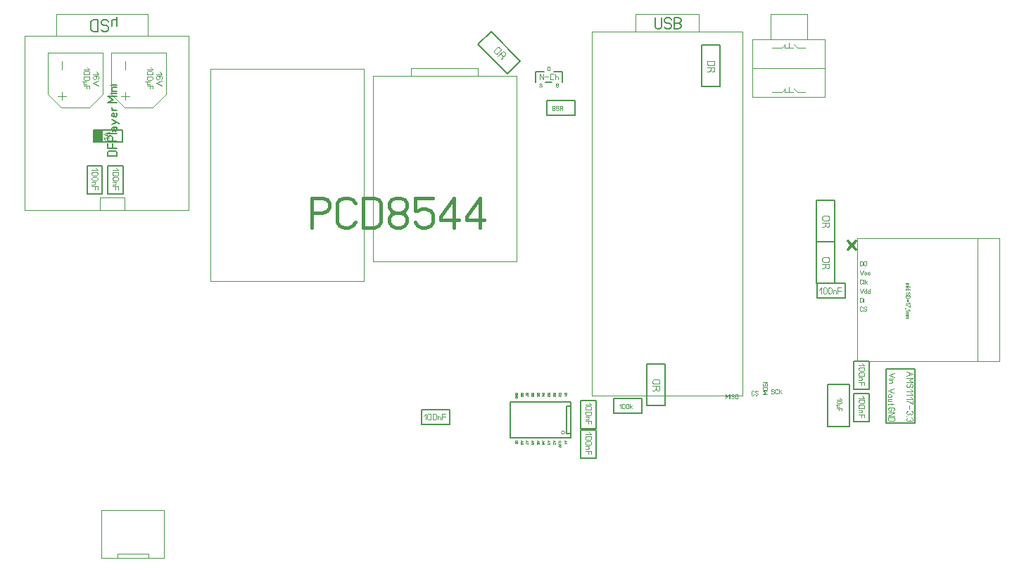
<source format=gbr>
%FSLAX34Y34*%
%MOMM*%
%LNSILK_BOTTOM_*%
G71*
G01*
%ADD10C, 0.10*%
%ADD11C, 0.17*%
%ADD12C, 0.05*%
%ADD13C, 0.06*%
%ADD14C, 0.30*%
%ADD15C, 0.07*%
%ADD16C, 0.15*%
%ADD17C, 0.09*%
%ADD18C, 0.11*%
%ADD19C, 0.44*%
%ADD20C, 0.13*%
%ADD21C, 0.18*%
%ADD22C, 0.03*%
%LPD*%
G54D10*
X946524Y540010D02*
X946524Y978160D01*
G54D10*
X946524Y978160D02*
X1127499Y978160D01*
G54D10*
X1127499Y978160D02*
X1127499Y540010D01*
G54D10*
X1127499Y540010D02*
X946524Y540010D01*
G54D10*
X998912Y999194D02*
X1075112Y999194D01*
G54D10*
X1075112Y999194D02*
X1075112Y978160D01*
G54D10*
X998912Y999194D02*
X998912Y978160D01*
G54D11*
X1021993Y995303D02*
X1021993Y984470D01*
X1022993Y982803D01*
X1024993Y981970D01*
X1026993Y981970D01*
X1028993Y982803D01*
X1029993Y984470D01*
X1029993Y995303D01*
G54D11*
X1033660Y984470D02*
X1034660Y982803D01*
X1036660Y981970D01*
X1038660Y981970D01*
X1040660Y982803D01*
X1041660Y984470D01*
X1041660Y986136D01*
X1040660Y987803D01*
X1038660Y988636D01*
X1036660Y988636D01*
X1034660Y989470D01*
X1033660Y991136D01*
X1033660Y992803D01*
X1034660Y994470D01*
X1036660Y995303D01*
X1038660Y995303D01*
X1040660Y994470D01*
X1041660Y992803D01*
G54D11*
X1045327Y981970D02*
X1045327Y995303D01*
X1050327Y995303D01*
X1052327Y994470D01*
X1053327Y992803D01*
X1053327Y991136D01*
X1052327Y989470D01*
X1050327Y988636D01*
X1052327Y987803D01*
X1053327Y986136D01*
X1053327Y984470D01*
X1052327Y982803D01*
X1050327Y981970D01*
X1045327Y981970D01*
G54D11*
X1045327Y988636D02*
X1050327Y988636D01*
G54D10*
X855500Y924500D02*
X682500Y924500D01*
X682500Y701500D01*
G54D10*
X682500Y701500D02*
X855500Y701500D01*
X855500Y924500D01*
G54D10*
X809000Y934500D02*
X729000Y934500D01*
X729000Y924500D01*
G54D10*
X809000Y934500D02*
X809000Y924500D01*
G54D10*
X487500Y677500D02*
X671500Y677500D01*
X671500Y933500D01*
G54D10*
X671500Y933500D02*
X487500Y933500D01*
X487500Y677500D01*
G54D12*
X1265500Y729000D02*
X1265500Y581000D01*
G54D12*
X1265500Y581000D02*
X1366500Y581000D01*
G54D12*
X1265500Y729000D02*
X1366500Y729000D01*
G54D12*
X1366000Y729000D02*
X1410000Y729000D01*
X1410000Y581000D01*
X1366000Y581000D01*
G54D13*
X1324092Y675073D02*
X1326592Y675073D01*
G54D13*
X1327426Y675073D02*
X1327426Y675073D01*
G54D13*
X1324092Y673851D02*
X1326592Y673851D01*
G54D13*
X1326037Y673851D02*
X1326426Y673518D01*
X1326592Y672851D01*
X1326426Y672185D01*
X1326037Y671851D01*
X1324092Y671851D01*
G54D13*
X1324092Y670629D02*
X1328537Y670629D01*
G54D13*
X1325759Y669629D02*
X1324092Y668629D01*
G54D13*
X1325203Y670629D02*
X1326592Y668629D01*
G54D13*
X1324092Y667407D02*
X1328537Y667407D01*
G54D13*
X1324092Y666185D02*
X1324092Y666185D01*
G54D13*
X1324926Y663674D02*
X1324370Y663341D01*
X1324092Y662674D01*
X1324092Y662008D01*
X1324370Y661341D01*
X1324926Y661008D01*
X1325481Y661008D01*
X1326037Y661341D01*
X1326314Y662008D01*
X1326314Y662674D01*
X1326592Y663341D01*
X1327148Y663674D01*
X1327703Y663674D01*
X1328259Y663341D01*
X1328537Y662674D01*
X1328537Y662008D01*
X1328259Y661341D01*
X1327703Y661008D01*
G54D13*
X1324092Y659785D02*
X1328537Y659785D01*
X1328537Y658119D01*
X1328259Y657452D01*
X1327703Y657119D01*
X1324926Y657119D01*
X1324370Y657452D01*
X1324092Y658119D01*
X1324092Y659785D01*
G54D13*
X1326592Y655896D02*
X1326592Y653230D01*
G54D13*
X1325481Y655896D02*
X1325481Y653230D01*
G54D13*
X1326870Y652007D02*
X1328537Y650341D01*
X1324092Y650341D01*
G54D13*
X1328537Y649118D02*
X1328537Y646452D01*
X1327981Y646785D01*
X1327148Y647452D01*
X1326037Y648118D01*
X1325203Y648452D01*
X1324092Y648452D01*
G54D13*
X1324092Y644563D02*
X1323537Y644563D01*
X1322981Y644896D01*
X1322981Y645229D01*
G54D13*
X1326870Y643340D02*
X1328537Y641674D01*
X1324092Y641674D01*
G54D13*
X1324092Y640451D02*
X1326592Y640451D01*
G54D13*
X1326148Y640451D02*
X1326592Y639785D01*
X1326426Y639118D01*
X1326037Y638785D01*
X1324092Y638785D01*
G54D13*
X1326148Y638785D02*
X1326592Y638118D01*
X1326426Y637451D01*
X1326037Y637118D01*
X1324092Y637118D01*
G54D13*
X1324092Y635896D02*
X1326592Y635896D01*
G54D13*
X1326148Y635896D02*
X1326592Y635230D01*
X1326426Y634563D01*
X1326037Y634230D01*
X1324092Y634230D01*
G54D13*
X1326148Y634230D02*
X1326592Y633563D01*
X1326426Y632896D01*
X1326037Y632563D01*
X1324092Y632563D01*
G54D14*
X1254092Y726063D02*
X1264092Y716063D01*
G54D14*
X1254092Y716063D02*
X1264092Y726063D01*
G54D15*
X1268625Y696375D02*
X1268625Y701708D01*
X1270625Y701708D01*
X1271425Y701375D01*
X1271825Y700708D01*
X1271825Y697375D01*
X1271425Y696708D01*
X1270625Y696375D01*
X1268625Y696375D01*
G54D15*
X1276492Y700708D02*
X1276492Y697375D01*
X1276092Y696708D01*
X1275292Y696375D01*
X1274492Y696375D01*
X1273692Y696708D01*
X1273292Y697375D01*
X1273292Y700708D01*
X1273692Y701375D01*
X1274492Y701708D01*
X1275292Y701708D01*
X1276092Y701375D01*
X1276492Y700708D01*
G54D15*
X1268625Y690708D02*
X1270625Y685375D01*
X1272625Y690708D01*
G54D15*
X1274092Y685708D02*
X1274892Y685375D01*
X1275692Y685375D01*
X1276492Y685708D01*
X1276492Y686375D01*
X1276092Y686708D01*
X1274492Y687042D01*
X1274092Y687375D01*
X1274092Y688042D01*
X1274892Y688375D01*
X1275692Y688375D01*
X1276492Y688042D01*
G54D15*
X1277959Y685708D02*
X1278759Y685375D01*
X1279559Y685375D01*
X1280359Y685708D01*
X1280359Y686375D01*
X1279959Y686708D01*
X1278359Y687042D01*
X1277959Y687375D01*
X1277959Y688042D01*
X1278759Y688375D01*
X1279559Y688375D01*
X1280359Y688042D01*
G54D15*
X1271825Y675375D02*
X1271425Y674708D01*
X1270625Y674375D01*
X1269825Y674375D01*
X1269025Y674708D01*
X1268625Y675375D01*
X1268625Y678708D01*
X1269025Y679375D01*
X1269825Y679708D01*
X1270625Y679708D01*
X1271425Y679375D01*
X1271825Y678708D01*
G54D15*
X1273292Y674375D02*
X1273292Y679708D01*
G54D15*
X1274759Y674375D02*
X1274759Y679708D01*
G54D15*
X1275959Y676375D02*
X1277159Y674375D01*
G54D15*
X1274759Y675708D02*
X1277159Y677375D01*
G54D15*
X1268625Y668708D02*
X1270625Y663375D01*
X1272625Y668708D01*
G54D15*
X1276492Y663375D02*
X1276492Y668708D01*
G54D15*
X1276492Y665508D02*
X1276092Y666175D01*
X1275292Y666375D01*
X1274492Y666175D01*
X1274092Y665508D01*
X1274092Y664175D01*
X1274492Y663508D01*
X1275292Y663375D01*
X1276092Y663508D01*
X1276492Y664175D01*
G54D15*
X1280359Y663375D02*
X1280359Y668708D01*
G54D15*
X1280359Y665508D02*
X1279959Y666175D01*
X1279159Y666375D01*
X1278359Y666175D01*
X1277959Y665508D01*
X1277959Y664175D01*
X1278359Y663508D01*
X1279159Y663375D01*
X1279959Y663508D01*
X1280359Y664175D01*
G54D15*
X1268625Y652375D02*
X1268625Y657708D01*
X1270625Y657708D01*
X1271425Y657375D01*
X1271825Y656708D01*
X1271825Y653375D01*
X1271425Y652708D01*
X1270625Y652375D01*
X1268625Y652375D01*
G54D15*
X1273292Y652375D02*
X1273292Y655375D01*
G54D15*
X1273292Y656375D02*
X1273292Y656375D01*
G54D15*
X1271825Y642375D02*
X1271425Y641708D01*
X1270625Y641375D01*
X1269825Y641375D01*
X1269025Y641708D01*
X1268625Y642375D01*
X1268625Y645708D01*
X1269025Y646375D01*
X1269825Y646708D01*
X1270625Y646708D01*
X1271425Y646375D01*
X1271825Y645708D01*
G54D15*
X1273292Y642375D02*
X1273692Y641708D01*
X1274492Y641375D01*
X1275292Y641375D01*
X1276092Y641708D01*
X1276492Y642375D01*
X1276492Y643042D01*
X1276092Y643708D01*
X1275292Y644042D01*
X1274492Y644042D01*
X1273692Y644375D01*
X1273292Y645042D01*
X1273292Y645708D01*
X1273692Y646375D01*
X1274492Y646708D01*
X1275292Y646708D01*
X1276092Y646375D01*
X1276492Y645708D01*
G54D12*
X1265500Y729000D02*
X1436500Y729000D01*
X1436500Y581000D01*
X1265500Y581000D01*
G54D10*
X1139612Y969194D02*
X1226612Y969194D01*
X1226612Y899194D01*
X1139612Y899194D01*
X1139612Y969194D01*
G54D10*
X1139612Y934194D02*
X1226612Y934194D01*
X1226612Y899194D01*
G54D10*
X1183112Y964894D02*
X1183112Y958894D01*
X1178112Y958894D01*
X1188112Y958894D01*
G54D10*
X1178112Y958894D02*
X1178112Y962894D01*
G54D10*
X1163112Y958894D02*
X1175112Y958894D01*
X1179112Y962894D01*
G54D10*
X1203162Y958894D02*
X1193162Y958894D01*
X1189162Y962894D01*
G54D10*
X1183112Y911494D02*
X1183112Y905494D01*
X1178112Y905494D01*
X1188112Y905494D01*
G54D10*
X1178112Y905494D02*
X1178112Y909494D01*
G54D10*
X1163112Y905494D02*
X1175112Y905494D01*
X1179112Y909494D01*
G54D10*
X1203162Y905494D02*
X1193162Y905494D01*
X1189162Y909494D01*
G54D10*
X1161112Y969194D02*
X1161112Y999194D01*
X1205112Y999194D01*
X1205112Y969194D01*
G54D16*
X891989Y877085D02*
X891988Y895085D01*
X925988Y895085D01*
X925988Y877085D01*
X891989Y877085D01*
G54D15*
X900488Y885752D02*
X899688Y885752D01*
X898888Y886085D01*
X898488Y886752D01*
X898488Y887418D01*
X898888Y888085D01*
X899688Y888418D01*
X900488Y888418D01*
X901288Y888085D01*
X901688Y887418D01*
X901688Y886752D01*
X901288Y886085D01*
X900488Y885752D01*
X901288Y885418D01*
X901688Y884752D01*
X901688Y884085D01*
X901288Y883418D01*
X900488Y883085D01*
X899688Y883085D01*
X898888Y883418D01*
X898488Y884085D01*
X898488Y884752D01*
X898888Y885418D01*
X899688Y885752D01*
G54D15*
X906355Y888418D02*
X903155Y888418D01*
X903155Y886085D01*
X903555Y886085D01*
X904355Y886418D01*
X905155Y886418D01*
X905955Y886085D01*
X906355Y885418D01*
X906355Y884085D01*
X905955Y883418D01*
X905155Y883085D01*
X904355Y883085D01*
X903555Y883418D01*
X903155Y884085D01*
G54D15*
X909422Y885752D02*
X910622Y885085D01*
X911022Y884418D01*
X911022Y883085D01*
G54D15*
X907822Y883085D02*
X907822Y888418D01*
X909822Y888418D01*
X910622Y888085D01*
X911022Y887418D01*
X911022Y886752D01*
X910622Y886085D01*
X909822Y885752D01*
X907822Y885752D01*
G54D16*
X1335184Y506434D02*
X1300184Y506434D01*
X1300184Y571434D01*
X1335184Y571434D01*
X1335184Y506434D01*
G54D17*
X1310670Y567118D02*
X1303559Y564451D01*
X1310670Y561785D01*
G54D17*
X1303559Y559829D02*
X1307559Y559829D01*
G54D17*
X1308893Y559829D02*
X1308893Y559829D01*
G54D17*
X1303559Y557873D02*
X1307559Y557873D01*
G54D17*
X1306670Y557873D02*
X1307293Y557340D01*
X1307559Y556273D01*
X1307292Y555206D01*
X1306670Y554673D01*
X1303559Y554673D01*
G54D17*
X1309604Y548198D02*
X1302492Y545531D01*
X1309604Y542865D01*
G54D17*
X1303559Y537709D02*
X1305337Y537709D01*
X1306226Y538242D01*
X1306493Y539309D01*
X1306226Y540376D01*
X1305337Y540909D01*
X1303559Y540909D01*
X1302670Y540376D01*
X1302492Y539309D01*
X1302670Y538242D01*
X1303559Y537709D01*
G54D17*
X1306492Y532553D02*
X1302492Y532553D01*
G54D17*
X1303381Y532553D02*
X1302670Y533086D01*
X1302492Y534153D01*
X1302670Y535220D01*
X1303381Y535753D01*
X1306493Y535753D01*
G54D17*
X1309604Y529530D02*
X1302937Y529530D01*
X1302493Y528997D01*
X1302670Y528464D01*
G54D17*
X1306492Y530597D02*
X1306492Y528464D01*
G54D17*
X1306346Y523307D02*
X1306346Y521174D01*
X1304124Y521174D01*
X1303235Y521707D01*
X1302790Y522774D01*
X1302790Y523840D01*
X1303235Y524907D01*
X1304124Y525440D01*
X1308568Y525440D01*
X1309457Y524907D01*
X1309902Y523840D01*
X1309902Y522774D01*
X1309457Y521707D01*
X1308568Y521174D01*
G54D17*
X1302790Y519217D02*
X1309902Y519217D01*
X1302790Y514951D01*
X1309902Y514951D01*
G54D17*
X1302790Y512994D02*
X1309902Y512994D01*
X1309902Y510328D01*
X1309457Y509261D01*
X1308568Y508728D01*
X1304124Y508728D01*
X1303235Y509261D01*
X1302790Y510328D01*
X1302790Y512994D01*
G54D17*
X1325016Y568318D02*
X1332127Y565651D01*
X1325016Y562985D01*
G54D17*
X1327682Y567252D02*
X1327682Y564051D01*
G54D17*
X1325015Y561029D02*
X1332126Y561029D01*
X1327682Y558362D01*
X1332126Y555696D01*
X1325016Y555696D01*
G54D17*
X1326349Y553740D02*
X1325460Y553207D01*
X1325015Y552140D01*
X1325016Y551074D01*
X1325460Y550007D01*
X1326349Y549474D01*
X1327238Y549474D01*
X1328127Y550007D01*
X1328571Y551074D01*
X1328571Y552140D01*
X1329015Y553207D01*
X1329904Y553740D01*
X1330793Y553740D01*
X1331682Y553207D01*
X1332127Y552140D01*
X1332126Y551074D01*
X1331682Y550007D01*
X1330793Y549474D01*
G54D17*
X1329460Y547517D02*
X1332127Y544850D01*
X1325015Y544850D01*
G54D17*
X1329460Y542894D02*
X1332126Y540228D01*
X1325016Y540228D01*
G54D17*
X1329460Y538271D02*
X1332126Y535604D01*
X1325016Y535604D01*
G54D17*
X1332126Y533648D02*
X1332127Y529382D01*
X1331238Y529915D01*
X1329904Y530982D01*
X1328127Y532048D01*
X1326793Y532581D01*
X1325015Y532582D01*
G54D17*
X1328127Y527425D02*
X1328127Y523158D01*
G54D17*
X1330793Y521202D02*
X1331682Y520669D01*
X1332127Y519602D01*
X1332126Y518536D01*
X1331682Y517469D01*
X1330793Y516936D01*
X1329904Y516936D01*
X1329016Y517469D01*
X1328571Y518536D01*
X1328127Y517469D01*
X1327238Y516936D01*
X1326349Y516936D01*
X1325460Y517469D01*
X1325015Y518536D01*
X1325016Y519602D01*
X1325460Y520669D01*
X1326349Y521202D01*
G54D17*
X1325016Y514979D02*
X1325016Y514979D01*
G54D17*
X1330793Y513023D02*
X1331682Y512490D01*
X1332126Y511423D01*
X1332126Y510356D01*
X1331682Y509290D01*
X1330793Y508756D01*
X1329904Y508757D01*
X1329015Y509290D01*
X1328571Y510356D01*
X1328127Y509290D01*
X1327238Y508756D01*
X1326349Y508757D01*
X1325460Y509290D01*
X1325016Y510356D01*
X1325015Y511423D01*
X1325460Y512490D01*
X1326349Y513023D01*
G54D16*
X1261500Y581000D02*
X1279500Y581000D01*
X1279500Y547000D01*
X1261500Y547000D01*
X1261500Y581000D01*
G54D17*
X1271519Y578275D02*
X1274186Y575608D01*
X1267075Y575608D01*
G54D17*
X1272853Y569385D02*
X1268408Y569385D01*
X1267520Y569919D01*
X1267075Y570985D01*
X1267075Y572052D01*
X1267520Y573119D01*
X1268408Y573652D01*
X1272853Y573652D01*
X1273742Y573119D01*
X1274186Y572052D01*
X1274186Y570985D01*
X1273742Y569919D01*
X1272853Y569385D01*
G54D17*
X1272853Y563162D02*
X1268408Y563162D01*
X1267519Y563696D01*
X1267075Y564762D01*
X1267075Y565829D01*
X1267519Y566896D01*
X1268408Y567429D01*
X1272853Y567429D01*
X1273742Y566896D01*
X1274186Y565829D01*
X1274186Y564762D01*
X1273742Y563696D01*
X1272853Y563162D01*
G54D17*
X1267075Y561206D02*
X1271075Y561206D01*
G54D17*
X1270186Y561206D02*
X1270808Y560673D01*
X1271075Y559606D01*
X1270808Y558539D01*
X1270186Y558006D01*
X1267075Y558006D01*
G54D17*
X1267075Y556050D02*
X1274186Y556050D01*
X1274186Y552317D01*
G54D17*
X1270631Y556050D02*
X1270631Y552317D01*
G54D16*
X1261500Y542000D02*
X1279500Y542000D01*
X1279500Y508000D01*
X1261500Y508000D01*
X1261500Y542000D01*
G54D17*
X1271519Y539275D02*
X1274186Y536608D01*
X1267075Y536608D01*
G54D17*
X1272853Y530385D02*
X1268408Y530386D01*
X1267520Y530918D01*
X1267075Y531986D01*
X1267075Y533052D01*
X1267520Y534118D01*
X1268408Y534652D01*
X1272853Y534652D01*
X1273742Y534119D01*
X1274186Y533052D01*
X1274186Y531985D01*
X1273742Y530919D01*
X1272853Y530385D01*
G54D17*
X1272853Y524162D02*
X1268408Y524162D01*
X1267519Y524696D01*
X1267075Y525762D01*
X1267075Y526829D01*
X1267519Y527896D01*
X1268408Y528429D01*
X1272853Y528429D01*
X1273742Y527896D01*
X1274186Y526829D01*
X1274186Y525762D01*
X1273742Y524696D01*
X1272853Y524162D01*
G54D17*
X1267075Y522206D02*
X1271075Y522206D01*
G54D17*
X1270186Y522206D02*
X1270808Y521673D01*
X1271075Y520606D01*
X1270808Y519539D01*
X1270186Y519006D01*
X1267075Y519006D01*
G54D17*
X1267075Y517050D02*
X1274186Y517050D01*
X1274186Y513317D01*
G54D17*
X1270631Y517050D02*
X1270631Y513317D01*
G54D16*
X1217000Y657000D02*
X1217000Y675000D01*
X1251000Y675000D01*
X1251000Y657000D01*
X1217000Y657000D01*
G54D17*
X1219725Y667019D02*
X1222392Y669686D01*
X1222392Y662575D01*
G54D17*
X1228615Y668353D02*
X1228615Y663908D01*
X1228082Y663019D01*
X1227014Y662575D01*
X1225948Y662575D01*
X1224882Y663019D01*
X1224348Y663908D01*
X1224348Y668353D01*
X1224881Y669242D01*
X1225948Y669686D01*
X1227015Y669686D01*
X1228081Y669242D01*
X1228615Y668353D01*
G54D17*
X1234838Y668353D02*
X1234838Y663908D01*
X1234304Y663019D01*
X1233238Y662575D01*
X1232171Y662575D01*
X1231104Y663019D01*
X1230571Y663908D01*
X1230571Y668353D01*
X1231104Y669242D01*
X1232171Y669686D01*
X1233238Y669686D01*
X1234304Y669242D01*
X1234838Y668353D01*
G54D17*
X1236794Y662575D02*
X1236794Y666575D01*
G54D17*
X1236794Y665686D02*
X1237327Y666308D01*
X1238394Y666575D01*
X1239460Y666308D01*
X1239994Y665686D01*
X1239994Y662575D01*
G54D17*
X1241950Y662575D02*
X1241950Y669686D01*
X1245683Y669686D01*
G54D17*
X1241950Y666131D02*
X1245683Y666131D01*
G54D16*
X1230250Y552750D02*
X1256250Y552750D01*
X1256250Y502750D01*
X1230250Y502750D01*
X1230250Y552750D01*
G54D15*
X1244384Y536718D02*
X1246384Y534718D01*
X1241050Y534718D01*
G54D15*
X1245384Y530051D02*
X1242050Y530051D01*
X1241384Y530451D01*
X1241050Y531251D01*
X1241050Y532051D01*
X1241384Y532851D01*
X1242050Y533251D01*
X1245384Y533251D01*
X1246050Y532851D01*
X1246384Y532051D01*
X1246384Y531251D01*
X1246050Y530451D01*
X1245384Y530051D01*
G54D15*
X1244050Y528584D02*
X1239717Y528584D01*
G54D15*
X1244050Y526184D02*
X1241050Y526184D01*
G54D15*
X1241717Y526184D02*
X1241184Y526584D01*
X1241050Y527384D01*
X1241184Y528184D01*
X1241717Y528584D01*
X1244050Y528584D01*
G54D15*
X1241050Y524717D02*
X1246383Y524717D01*
X1246384Y521917D01*
G54D15*
X1243717Y524717D02*
X1243717Y521917D01*
G54D16*
X1077885Y961885D02*
X1099885Y961885D01*
X1099885Y911885D01*
X1077885Y911885D01*
X1077885Y961885D01*
G54D18*
X1092108Y937552D02*
X1086553Y937552D01*
X1085442Y938219D01*
X1084886Y939552D01*
X1084886Y940885D01*
X1085442Y942219D01*
X1086553Y942885D01*
X1092108Y942885D01*
X1093220Y942218D01*
X1093775Y940885D01*
X1093775Y939552D01*
X1093220Y938219D01*
X1092108Y937552D01*
G54D18*
X1089331Y932441D02*
X1088220Y930442D01*
X1087108Y929775D01*
X1084886Y929775D01*
G54D18*
X1084886Y935108D02*
X1093775Y935108D01*
X1093775Y931775D01*
X1093219Y930442D01*
X1092108Y929775D01*
X1090997Y929775D01*
X1089886Y930442D01*
X1089331Y931775D01*
X1089331Y935108D01*
G54D16*
X339000Y816500D02*
X357000Y816500D01*
X357000Y782500D01*
X339000Y782500D01*
X339000Y816500D01*
G54D17*
X349019Y813775D02*
X351686Y811108D01*
X344575Y811108D01*
G54D17*
X350353Y804885D02*
X345908Y804885D01*
X345019Y805419D01*
X344575Y806485D01*
X344575Y807552D01*
X345019Y808619D01*
X345908Y809152D01*
X350353Y809152D01*
X351242Y808619D01*
X351686Y807552D01*
X351686Y806485D01*
X351242Y805419D01*
X350353Y804885D01*
G54D17*
X350353Y798662D02*
X345908Y798662D01*
X345019Y799196D01*
X344575Y800262D01*
X344575Y801329D01*
X345019Y802396D01*
X345908Y802929D01*
X350353Y802929D01*
X351242Y802396D01*
X351686Y801329D01*
X351686Y800262D01*
X351242Y799196D01*
X350353Y798662D01*
G54D17*
X344575Y796706D02*
X348575Y796706D01*
G54D17*
X347686Y796706D02*
X348308Y796173D01*
X348575Y795106D01*
X348308Y794039D01*
X347686Y793506D01*
X344575Y793506D01*
G54D17*
X344575Y791550D02*
X351686Y791550D01*
X351686Y787817D01*
G54D17*
X348131Y791550D02*
X348131Y787817D01*
G54D10*
X291652Y952660D02*
X291652Y902660D01*
X307652Y886660D01*
X341652Y886660D01*
X357652Y902660D01*
X357652Y952660D01*
X291652Y952660D01*
G54D10*
X308652Y905660D02*
X308652Y895660D01*
G54D10*
X308652Y900660D02*
X313651Y900660D01*
G54D10*
X308652Y900660D02*
X303652Y900660D01*
G54D10*
X308652Y942660D02*
X308652Y932660D01*
G54D17*
X350429Y929537D02*
X353096Y926871D01*
X345984Y926871D01*
G54D17*
X351762Y920648D02*
X352651Y921181D01*
X353096Y922248D01*
X353096Y923314D01*
X352651Y924381D01*
X351762Y924914D01*
X349540Y924914D01*
X349096Y924914D01*
X349984Y923314D01*
X349984Y922248D01*
X349540Y921181D01*
X348651Y920648D01*
X347318Y920648D01*
X346429Y921181D01*
X345984Y922248D01*
X345984Y923314D01*
X346429Y924381D01*
X347318Y924914D01*
X349540Y924914D01*
G54D17*
X353096Y918691D02*
X345984Y916025D01*
X353096Y913358D01*
G54D17*
X339140Y935228D02*
X341807Y932562D01*
X334696Y932562D01*
G54D17*
X340474Y926339D02*
X336029Y926339D01*
X335140Y926872D01*
X334696Y927939D01*
X334696Y929005D01*
X335140Y930072D01*
X336029Y930605D01*
X340474Y930605D01*
X341363Y930072D01*
X341807Y929005D01*
X341807Y927939D01*
X341363Y926872D01*
X340474Y926339D01*
G54D17*
X340474Y920116D02*
X336029Y920116D01*
X335140Y920649D01*
X334696Y921716D01*
X334696Y922782D01*
X335140Y923849D01*
X336029Y924382D01*
X340474Y924382D01*
X341363Y923849D01*
X341807Y922782D01*
X341807Y921716D01*
X341363Y920649D01*
X340474Y920116D01*
G54D17*
X338696Y918159D02*
X332918Y918159D01*
G54D17*
X338696Y914959D02*
X334696Y914959D01*
G54D17*
X335585Y914959D02*
X334874Y915493D01*
X334696Y916559D01*
X334874Y917626D01*
X335585Y918159D01*
X338696Y918159D01*
G54D17*
X334696Y913003D02*
X341807Y913003D01*
X341807Y909270D01*
G54D17*
X338252Y913003D02*
X338252Y909270D01*
G54D10*
X367652Y952660D02*
X367652Y902660D01*
X383652Y886660D01*
X417652Y886660D01*
X433652Y902660D01*
X433652Y952660D01*
X367652Y952660D01*
G54D10*
X384652Y905660D02*
X384652Y895660D01*
G54D10*
X384652Y900660D02*
X389651Y900660D01*
G54D10*
X384652Y900660D02*
X379652Y900660D01*
G54D10*
X384652Y942660D02*
X384652Y932660D01*
G54D17*
X426429Y929537D02*
X429096Y926871D01*
X421984Y926871D01*
G54D17*
X427762Y920648D02*
X428651Y921181D01*
X429096Y922248D01*
X429096Y923314D01*
X428651Y924381D01*
X427762Y924914D01*
X425540Y924914D01*
X425096Y924914D01*
X425984Y923314D01*
X425984Y922248D01*
X425540Y921181D01*
X424651Y920648D01*
X423318Y920648D01*
X422429Y921181D01*
X421984Y922248D01*
X421984Y923314D01*
X422429Y924381D01*
X423318Y924914D01*
X425540Y924914D01*
G54D17*
X429096Y918691D02*
X421984Y916025D01*
X429096Y913358D01*
G54D17*
X415140Y935228D02*
X417807Y932562D01*
X410696Y932562D01*
G54D17*
X416474Y926339D02*
X412029Y926339D01*
X411140Y926872D01*
X410696Y927939D01*
X410696Y929005D01*
X411140Y930072D01*
X412029Y930605D01*
X416474Y930605D01*
X417363Y930072D01*
X417807Y929005D01*
X417807Y927939D01*
X417363Y926872D01*
X416474Y926339D01*
G54D17*
X416474Y920116D02*
X412029Y920116D01*
X411140Y920649D01*
X410696Y921716D01*
X410696Y922782D01*
X411140Y923849D01*
X412029Y924382D01*
X416474Y924382D01*
X417363Y923849D01*
X417807Y922782D01*
X417807Y921716D01*
X417363Y920649D01*
X416474Y920116D01*
G54D17*
X414696Y918159D02*
X408918Y918159D01*
G54D17*
X414696Y914959D02*
X410696Y914959D01*
G54D17*
X411585Y914959D02*
X410874Y915493D01*
X410696Y916559D01*
X410874Y917626D01*
X411585Y918159D01*
X414696Y918159D01*
G54D17*
X410696Y913003D02*
X417807Y913003D01*
X417807Y909270D01*
G54D17*
X414252Y913003D02*
X414252Y909270D01*
G54D16*
X809230Y962586D02*
X824787Y978142D01*
X860142Y942787D01*
X844586Y927230D01*
X809230Y962586D01*
G54D18*
X836494Y955437D02*
X832566Y951508D01*
X831308Y951194D01*
X829973Y951744D01*
X829030Y952687D01*
X828480Y954023D01*
X828794Y955280D01*
X832723Y959208D01*
X833980Y959522D01*
X835316Y958972D01*
X836258Y958030D01*
X836808Y956694D01*
X836494Y955437D01*
G54D18*
X838143Y949859D02*
X838772Y947659D01*
X838458Y946402D01*
X836886Y944831D01*
G54D18*
X833115Y948602D02*
X839400Y954887D01*
X841757Y952531D01*
X842307Y951195D01*
X841993Y949938D01*
X841208Y949152D01*
X839950Y948838D01*
X838615Y949388D01*
X836258Y951745D01*
G54D10*
X356500Y401500D02*
X431500Y401500D01*
X431500Y344000D01*
G54D10*
X431500Y344000D02*
X356500Y344000D01*
X356500Y401500D01*
G54D10*
X394000Y344000D02*
X375250Y344000D01*
X375250Y349000D01*
X412750Y349000D01*
X412750Y344000D01*
G54D16*
X364000Y816500D02*
X382000Y816500D01*
X382000Y782500D01*
X364000Y782500D01*
X364000Y816500D01*
G54D17*
X374019Y813775D02*
X376686Y811108D01*
X369575Y811108D01*
G54D17*
X375353Y804885D02*
X370908Y804885D01*
X370019Y805419D01*
X369575Y806485D01*
X369575Y807552D01*
X370019Y808619D01*
X370908Y809152D01*
X375353Y809152D01*
X376242Y808619D01*
X376686Y807552D01*
X376686Y806485D01*
X376242Y805419D01*
X375353Y804885D01*
G54D17*
X375353Y798662D02*
X370908Y798662D01*
X370019Y799196D01*
X369575Y800262D01*
X369575Y801329D01*
X370019Y802396D01*
X370908Y802929D01*
X375353Y802929D01*
X376242Y802396D01*
X376686Y801329D01*
X376686Y800262D01*
X376242Y799196D01*
X375353Y798662D01*
G54D17*
X369575Y796706D02*
X373575Y796706D01*
G54D17*
X372686Y796706D02*
X373308Y796173D01*
X373575Y795106D01*
X373308Y794039D01*
X372686Y793506D01*
X369575Y793506D01*
G54D17*
X369575Y791550D02*
X376686Y791550D01*
X376686Y787817D01*
G54D17*
X373131Y791550D02*
X373131Y787817D01*
G54D16*
X1012000Y578000D02*
X1034000Y578000D01*
X1034000Y528000D01*
X1012000Y528000D01*
X1012000Y578000D01*
G54D18*
X1026223Y553667D02*
X1020668Y553667D01*
X1019556Y554334D01*
X1019001Y555666D01*
X1019001Y557000D01*
X1019556Y558334D01*
X1020668Y559000D01*
X1026224Y559000D01*
X1027334Y558333D01*
X1027890Y557000D01*
X1027890Y555667D01*
X1027334Y554333D01*
X1026223Y553667D01*
G54D18*
X1023446Y548557D02*
X1022334Y546556D01*
X1021223Y545890D01*
X1019001Y545890D01*
G54D18*
X1019001Y551223D02*
X1027890Y551223D01*
X1027890Y547890D01*
X1027334Y546557D01*
X1026223Y545890D01*
X1025112Y545889D01*
X1024001Y546556D01*
X1023446Y547890D01*
X1023446Y551223D01*
G54D16*
X741090Y505070D02*
X741090Y523070D01*
X775090Y523070D01*
X775090Y505070D01*
X741090Y505070D01*
G54D17*
X743815Y515089D02*
X746482Y517756D01*
X746482Y510645D01*
G54D17*
X752705Y516423D02*
X752705Y511978D01*
X752172Y511089D01*
X751104Y510645D01*
X750038Y510645D01*
X748972Y511090D01*
X748438Y511978D01*
X748438Y516423D01*
X748971Y517312D01*
X750038Y517756D01*
X751105Y517756D01*
X752171Y517312D01*
X752705Y516423D01*
G54D17*
X758928Y516423D02*
X758928Y511978D01*
X758394Y511089D01*
X757328Y510645D01*
X756261Y510645D01*
X755194Y511089D01*
X754661Y511978D01*
X754661Y516423D01*
X755194Y517312D01*
X756261Y517756D01*
X757328Y517756D01*
X758394Y517312D01*
X758928Y516423D01*
G54D17*
X760884Y510645D02*
X760884Y514645D01*
G54D17*
X760884Y513756D02*
X761417Y514378D01*
X762484Y514645D01*
X763550Y514378D01*
X764084Y513756D01*
X764084Y510645D01*
G54D17*
X766040Y510645D02*
X766040Y517756D01*
X769773Y517756D01*
G54D17*
X766040Y514201D02*
X769773Y514201D01*
G54D19*
X608878Y742288D02*
X608878Y777844D01*
X622212Y777844D01*
X627545Y775622D01*
X630212Y771177D01*
X630212Y766733D01*
X627545Y762288D01*
X622212Y760066D01*
X608878Y760066D01*
G54D19*
X661323Y748955D02*
X658656Y744511D01*
X653323Y742288D01*
X647990Y742288D01*
X642656Y744511D01*
X639990Y748955D01*
X639990Y771177D01*
X642656Y775622D01*
X647990Y777844D01*
X653323Y777844D01*
X658656Y775622D01*
X661323Y771177D01*
G54D19*
X671100Y742288D02*
X671100Y777844D01*
X684434Y777844D01*
X689767Y775622D01*
X692434Y771177D01*
X692434Y748955D01*
X689767Y744511D01*
X684434Y742288D01*
X671100Y742288D01*
G54D19*
X715545Y760066D02*
X710212Y760066D01*
X704878Y762288D01*
X702212Y766733D01*
X702212Y771177D01*
X704878Y775622D01*
X710212Y777844D01*
X715545Y777844D01*
X720878Y775622D01*
X723545Y771177D01*
X723545Y766733D01*
X720878Y762288D01*
X715545Y760066D01*
X720878Y757844D01*
X723545Y753400D01*
X723545Y748955D01*
X720878Y744511D01*
X715545Y742288D01*
X710212Y742288D01*
X704878Y744511D01*
X702212Y748955D01*
X702212Y753400D01*
X704878Y757844D01*
X710212Y760066D01*
G54D19*
X754656Y777844D02*
X733322Y777844D01*
X733322Y762288D01*
X735989Y762288D01*
X741322Y764511D01*
X746656Y764511D01*
X751989Y762288D01*
X754656Y757844D01*
X754656Y748955D01*
X751989Y744511D01*
X746656Y742288D01*
X741322Y742288D01*
X735989Y744511D01*
X733322Y748955D01*
G54D19*
X780434Y742288D02*
X780434Y777844D01*
X764434Y755622D01*
X764434Y751177D01*
X785767Y751177D01*
G54D19*
X811544Y742288D02*
X811544Y777844D01*
X795544Y755622D01*
X795544Y751177D01*
X816878Y751177D01*
G54D10*
X461300Y763200D02*
X264000Y763200D01*
X264000Y973200D01*
X461300Y973200D01*
X461300Y763200D01*
G54D10*
X384000Y763200D02*
X384000Y778200D01*
X354000Y778200D01*
X354000Y763200D01*
G54D20*
X374772Y828222D02*
X364105Y828222D01*
X364105Y832222D01*
X364772Y833822D01*
X366105Y834622D01*
X372772Y834622D01*
X374105Y833822D01*
X374772Y832222D01*
X374772Y828222D01*
G54D20*
X374772Y837555D02*
X364105Y837555D01*
X364105Y843155D01*
G54D20*
X369439Y837555D02*
X369439Y843155D01*
G54D20*
X374772Y846088D02*
X364105Y846088D01*
X364105Y850088D01*
X364772Y851688D01*
X366105Y852488D01*
X367439Y852488D01*
X368772Y851688D01*
X369439Y850088D01*
X369439Y846088D01*
G54D20*
X374772Y855421D02*
X364105Y855421D01*
G54D20*
X369439Y858354D02*
X368772Y859954D01*
X368772Y861874D01*
X370105Y863154D01*
X374772Y863154D01*
G54D20*
X372772Y863154D02*
X371439Y862354D01*
X371172Y860754D01*
X371439Y859154D01*
X372772Y858354D01*
X374105Y858674D01*
X374772Y859954D01*
X374772Y860754D01*
X374772Y861074D01*
X374105Y862354D01*
X372772Y863154D01*
G54D20*
X368772Y866087D02*
X374772Y869287D01*
X368772Y872487D01*
G54D20*
X374772Y869287D02*
X376772Y868487D01*
X377439Y867687D01*
X377439Y866887D01*
G54D20*
X374105Y880220D02*
X374772Y878940D01*
X374772Y877340D01*
X374105Y875740D01*
X372772Y875420D01*
X370505Y875420D01*
X369172Y876220D01*
X368772Y877820D01*
X369172Y879420D01*
X370105Y880220D01*
X371439Y880220D01*
X371439Y875420D01*
G54D20*
X374772Y883153D02*
X368772Y883153D01*
G54D20*
X370105Y883153D02*
X368772Y884753D01*
X368772Y886353D01*
G54D20*
X374772Y892379D02*
X364105Y892379D01*
X370772Y896379D01*
X364105Y900379D01*
X374772Y900379D01*
G54D20*
X374772Y903312D02*
X368772Y903312D01*
G54D20*
X366772Y903312D02*
X366772Y903312D01*
G54D20*
X374772Y906245D02*
X368772Y906245D01*
G54D20*
X370105Y906245D02*
X369172Y907045D01*
X368772Y908645D01*
X369172Y910245D01*
X370105Y911045D01*
X374772Y911045D01*
G54D20*
X374772Y913978D02*
X368772Y913978D01*
G54D20*
X366772Y913978D02*
X366772Y913978D01*
G54D12*
X412000Y973200D02*
X412000Y999200D01*
X412000Y973200D01*
G54D12*
X412000Y999200D02*
X302000Y999200D01*
G54D12*
X302000Y999200D02*
X302000Y973200D01*
G54D21*
X375027Y984671D02*
X375027Y996226D01*
G54D21*
X368627Y984671D02*
X368627Y992671D01*
G54D21*
X368627Y990893D02*
X369694Y992316D01*
X371827Y992671D01*
X373960Y992316D01*
X375027Y990893D01*
X375027Y984671D01*
G54D21*
X364716Y990004D02*
X363649Y991782D01*
X361516Y992671D01*
X359383Y992671D01*
X357249Y991782D01*
X356183Y990004D01*
X356183Y988226D01*
X357249Y986449D01*
X359383Y985560D01*
X361516Y985560D01*
X363649Y984671D01*
X364716Y982893D01*
X364716Y981116D01*
X363649Y979338D01*
X361516Y978449D01*
X359383Y978449D01*
X357249Y979338D01*
X356183Y981116D01*
G54D21*
X352272Y992671D02*
X352272Y978449D01*
X346939Y978449D01*
X344805Y979338D01*
X343739Y981116D01*
X343739Y990004D01*
X344805Y991782D01*
X346939Y992671D01*
X352272Y992671D01*
G54D16*
X878271Y917260D02*
X878271Y930260D01*
X888271Y930259D01*
G54D16*
X900271Y930260D02*
X910271Y930259D01*
X910271Y917260D01*
G54D16*
X898271Y917260D02*
X890271Y917260D01*
G54D17*
X883532Y920534D02*
X883532Y927645D01*
X887798Y920534D01*
X887798Y927645D01*
G54D17*
X889755Y923645D02*
X894021Y923645D01*
G54D17*
X900244Y921867D02*
X899711Y920978D01*
X898644Y920533D01*
X897578Y920533D01*
X896511Y920978D01*
X895978Y921867D01*
X895978Y926311D01*
X896511Y927200D01*
X897578Y927645D01*
X898644Y927645D01*
X899711Y927200D01*
X900244Y926311D01*
G54D17*
X902200Y920533D02*
X902200Y927645D01*
G54D17*
X902200Y923378D02*
X902734Y924267D01*
X903801Y924533D01*
X904867Y924267D01*
X905400Y923378D01*
X905400Y920533D01*
G54D13*
X883132Y912301D02*
X883465Y911745D01*
X884132Y911467D01*
X884798Y911467D01*
X885465Y911745D01*
X885798Y912301D01*
X885798Y912856D01*
X885465Y913412D01*
X884798Y913690D01*
X884132Y913690D01*
X883465Y913967D01*
X883132Y914523D01*
X883132Y915079D01*
X883465Y915634D01*
X884132Y915912D01*
X884798Y915912D01*
X885465Y915634D01*
X885798Y915079D01*
G54D13*
X904265Y913690D02*
X905598Y913690D01*
X905598Y912301D01*
X905265Y911745D01*
X904598Y911468D01*
X903931Y911468D01*
X903265Y911745D01*
X902932Y912301D01*
X902931Y915079D01*
X903265Y915634D01*
X903931Y915912D01*
X904598Y915912D01*
X905265Y915634D01*
X905598Y915079D01*
G54D13*
X893131Y931267D02*
X893131Y935712D01*
X894798Y935712D01*
X895465Y935434D01*
X895798Y934879D01*
X895798Y932101D01*
X895465Y931545D01*
X894798Y931267D01*
X893131Y931267D01*
G54D16*
X972668Y518336D02*
X972668Y536336D01*
X1006668Y536336D01*
X1006668Y518336D01*
X972668Y518336D01*
G54D15*
X979167Y527669D02*
X981167Y529669D01*
X981167Y524336D01*
G54D15*
X985834Y528669D02*
X985834Y525336D01*
X985434Y524669D01*
X984634Y524336D01*
X983834Y524336D01*
X983034Y524669D01*
X982634Y525336D01*
X982634Y528669D01*
X983034Y529336D01*
X983834Y529669D01*
X984634Y529669D01*
X985434Y529336D01*
X985834Y528669D01*
G54D15*
X990501Y528669D02*
X990501Y525336D01*
X990101Y524669D01*
X989301Y524336D01*
X988501Y524336D01*
X987701Y524669D01*
X987301Y525336D01*
X987301Y528669D01*
X987701Y529336D01*
X988501Y529669D01*
X989301Y529669D01*
X990101Y529336D01*
X990501Y528669D01*
G54D15*
X991968Y524336D02*
X991968Y529669D01*
G54D15*
X993168Y526336D02*
X994368Y524336D01*
G54D15*
X991968Y525669D02*
X994368Y527336D01*
G54D16*
X932867Y498067D02*
X950867Y498067D01*
X950867Y464067D01*
X932867Y464067D01*
X932867Y498067D01*
G54D17*
X942886Y495342D02*
X945553Y492675D01*
X938442Y492675D01*
G54D17*
X944219Y486452D02*
X939775Y486452D01*
X938886Y486986D01*
X938442Y488052D01*
X938442Y489119D01*
X938886Y490185D01*
X939775Y490719D01*
X944219Y490719D01*
X945108Y490186D01*
X945553Y489119D01*
X945553Y488052D01*
X945108Y486986D01*
X944219Y486452D01*
G54D17*
X944219Y480229D02*
X939775Y480229D01*
X938886Y480762D01*
X938442Y481829D01*
X938442Y482896D01*
X938886Y483963D01*
X939775Y484496D01*
X944219Y484496D01*
X945108Y483963D01*
X945553Y482896D01*
X945553Y481830D01*
X945108Y480763D01*
X944219Y480229D01*
G54D17*
X938442Y478273D02*
X942442Y478273D01*
G54D17*
X941553Y478273D02*
X942175Y477740D01*
X942442Y476673D01*
X942175Y475606D01*
X941553Y475073D01*
X938442Y475073D01*
G54D17*
X938442Y473117D02*
X945553Y473117D01*
X945553Y469384D01*
G54D17*
X941997Y473117D02*
X941997Y469384D01*
G54D15*
X1107000Y536000D02*
X1107000Y541333D01*
X1109000Y538000D01*
X1111000Y541333D01*
X1111000Y536000D01*
G54D15*
X1112467Y536000D02*
X1112467Y541333D01*
G54D15*
X1113934Y537000D02*
X1114334Y536333D01*
X1115134Y536000D01*
X1115934Y536000D01*
X1116734Y536333D01*
X1117134Y537000D01*
X1117134Y537667D01*
X1116734Y538333D01*
X1115934Y538667D01*
X1115134Y538667D01*
X1114334Y539000D01*
X1113934Y539667D01*
X1113934Y540333D01*
X1114334Y541000D01*
X1115134Y541333D01*
X1115934Y541333D01*
X1116734Y541000D01*
X1117134Y540333D01*
G54D15*
X1121801Y540333D02*
X1121801Y537000D01*
X1121401Y536333D01*
X1120601Y536000D01*
X1119801Y536000D01*
X1119001Y536333D01*
X1118601Y537000D01*
X1118601Y540333D01*
X1119001Y541000D01*
X1119801Y541333D01*
X1120601Y541333D01*
X1121401Y541000D01*
X1121801Y540333D01*
G54D15*
X1157067Y541266D02*
X1151734Y541266D01*
X1155067Y543266D01*
X1151734Y545266D01*
X1157067Y545266D01*
G54D15*
X1152734Y549933D02*
X1156067Y549933D01*
X1156734Y549533D01*
X1157067Y548733D01*
X1157067Y547933D01*
X1156734Y547133D01*
X1156067Y546733D01*
X1152734Y546733D01*
X1152067Y547133D01*
X1151734Y547933D01*
X1151734Y548733D01*
X1152067Y549533D01*
X1152734Y549933D01*
G54D15*
X1156067Y551400D02*
X1156734Y551800D01*
X1157067Y552600D01*
X1157067Y553400D01*
X1156734Y554200D01*
X1156067Y554600D01*
X1155400Y554600D01*
X1154734Y554200D01*
X1154400Y553400D01*
X1154400Y552600D01*
X1154067Y551800D01*
X1153400Y551400D01*
X1152734Y551400D01*
X1152067Y551800D01*
X1151734Y552600D01*
X1151734Y553400D01*
X1152067Y554200D01*
X1152734Y554600D01*
G54D15*
X1157067Y556067D02*
X1151734Y556067D01*
G54D15*
X1162000Y543000D02*
X1162400Y542333D01*
X1163200Y542000D01*
X1164000Y542000D01*
X1164800Y542333D01*
X1165200Y543000D01*
X1165200Y543667D01*
X1164800Y544333D01*
X1164000Y544667D01*
X1163200Y544667D01*
X1162400Y545000D01*
X1162000Y545667D01*
X1162000Y546333D01*
X1162400Y547000D01*
X1163200Y547333D01*
X1164000Y547333D01*
X1164800Y547000D01*
X1165200Y546333D01*
G54D15*
X1169867Y543000D02*
X1169467Y542333D01*
X1168667Y542000D01*
X1167867Y542000D01*
X1167067Y542333D01*
X1166667Y543000D01*
X1166667Y546333D01*
X1167067Y547000D01*
X1167867Y547333D01*
X1168667Y547333D01*
X1169467Y547000D01*
X1169867Y546333D01*
G54D15*
X1171334Y542000D02*
X1171334Y547333D01*
G54D15*
X1171334Y543667D02*
X1174534Y547333D01*
G54D15*
X1172534Y544667D02*
X1174534Y542000D01*
G54D15*
X1141200Y541000D02*
X1140800Y540333D01*
X1140000Y540000D01*
X1139200Y540000D01*
X1138400Y540333D01*
X1138000Y541000D01*
X1138000Y544333D01*
X1138400Y545000D01*
X1139200Y545333D01*
X1140000Y545333D01*
X1140800Y545000D01*
X1141200Y544333D01*
G54D15*
X1142667Y541000D02*
X1143067Y540333D01*
X1143867Y540000D01*
X1144667Y540000D01*
X1145467Y540333D01*
X1145867Y541000D01*
X1145867Y541667D01*
X1145467Y542333D01*
X1144667Y542667D01*
X1143867Y542667D01*
X1143067Y543000D01*
X1142667Y543667D01*
X1142667Y544333D01*
X1143067Y545000D01*
X1143867Y545333D01*
X1144667Y545333D01*
X1145467Y545000D01*
X1145867Y544333D01*
G54D16*
X920867Y532067D02*
X920867Y489067D01*
X848367Y489067D01*
X848367Y532067D01*
X920867Y532067D01*
G54D16*
X920867Y527067D02*
X920867Y494067D01*
X915867Y494067D01*
X915867Y527067D01*
X920867Y527067D01*
G54D22*
X912867Y485356D02*
X915534Y484356D01*
X912867Y483356D01*
G54D22*
X913867Y484956D02*
X913867Y483756D01*
G54D22*
X914533Y482623D02*
X915534Y481623D01*
X912867Y481623D01*
G54D22*
X908033Y485356D02*
X908367Y485156D01*
X908534Y484756D01*
X908534Y484356D01*
X908367Y483956D01*
X908033Y483756D01*
X907700Y483756D01*
X907367Y483956D01*
X907200Y484356D01*
X907034Y483956D01*
X906700Y483756D01*
X906367Y483756D01*
X906033Y483956D01*
X905867Y484356D01*
X905867Y484756D01*
X906033Y485156D01*
X906367Y485356D01*
G54D22*
X905867Y482623D02*
X905533Y482623D01*
X905200Y482823D01*
X905200Y483023D01*
G54D22*
X908033Y481890D02*
X908367Y481690D01*
X908534Y481290D01*
X908533Y480890D01*
X908367Y480490D01*
X908033Y480290D01*
X907700Y480290D01*
X907367Y480490D01*
X907200Y480890D01*
X907034Y480490D01*
X906700Y480290D01*
X906367Y480290D01*
X906034Y480490D01*
X905867Y480890D01*
X905867Y481290D01*
X906034Y481690D01*
X906367Y481890D01*
G54D22*
X908534Y479557D02*
X905867Y478557D01*
X908534Y477557D01*
G54D22*
X899867Y485356D02*
X902533Y484356D01*
X899867Y483356D01*
G54D22*
X900867Y484956D02*
X900867Y483756D01*
G54D22*
X899867Y481023D02*
X899867Y482623D01*
X900034Y482623D01*
X900367Y482423D01*
X901367Y481223D01*
X901700Y481023D01*
X902033Y481023D01*
X902367Y481223D01*
X902534Y481623D01*
X902534Y482023D01*
X902367Y482423D01*
X902033Y482623D01*
G54D22*
X892867Y485356D02*
X895533Y484356D01*
X892867Y483356D01*
G54D22*
X893867Y484956D02*
X893867Y483756D01*
G54D22*
X895033Y482623D02*
X895367Y482423D01*
X895534Y482023D01*
X895534Y481623D01*
X895367Y481223D01*
X895033Y481023D01*
X894700Y481023D01*
X894367Y481223D01*
X894200Y481623D01*
X894033Y481223D01*
X893700Y481023D01*
X893367Y481023D01*
X893033Y481223D01*
X892867Y481623D01*
X892867Y482023D01*
X893034Y482423D01*
X893367Y482623D01*
G54D22*
X886367Y485356D02*
X889033Y484356D01*
X886367Y483356D01*
G54D22*
X887367Y484956D02*
X887367Y483756D01*
G54D22*
X886367Y481423D02*
X889033Y481423D01*
X887367Y482623D01*
X887034Y482623D01*
X887034Y481023D01*
G54D22*
X879867Y485356D02*
X882534Y484356D01*
X879867Y483356D01*
G54D22*
X880867Y484956D02*
X880867Y483756D01*
G54D22*
X882534Y481023D02*
X882534Y482623D01*
X881367Y482623D01*
X881367Y482423D01*
X881534Y482023D01*
X881534Y481623D01*
X881367Y481223D01*
X881033Y481023D01*
X880367Y481023D01*
X880033Y481223D01*
X879867Y481623D01*
X879867Y482023D01*
X880033Y482423D01*
X880367Y482623D01*
G54D22*
X873367Y485356D02*
X876034Y484356D01*
X873367Y483356D01*
G54D22*
X874367Y484956D02*
X874367Y483756D01*
G54D22*
X875534Y481023D02*
X875867Y481223D01*
X876034Y481623D01*
X876033Y482023D01*
X875867Y482423D01*
X875534Y482623D01*
X874700Y482623D01*
X874533Y482623D01*
X874867Y482023D01*
X874867Y481623D01*
X874700Y481223D01*
X874367Y481023D01*
X873867Y481023D01*
X873534Y481223D01*
X873367Y481623D01*
X873367Y482023D01*
X873533Y482423D01*
X873867Y482623D01*
X874700Y482623D01*
G54D22*
X866867Y485356D02*
X869533Y484356D01*
X866867Y483356D01*
G54D22*
X867867Y484956D02*
X867867Y483756D01*
G54D22*
X869534Y482623D02*
X869534Y481023D01*
X869200Y481223D01*
X868700Y481623D01*
X868033Y482023D01*
X867534Y482223D01*
X866867Y482223D01*
G54D22*
X860367Y485356D02*
X863034Y484356D01*
X860367Y483356D01*
G54D22*
X861367Y484956D02*
X861367Y483756D01*
G54D22*
X861700Y481623D02*
X861700Y482023D01*
X861867Y482423D01*
X862200Y482623D01*
X862534Y482623D01*
X862867Y482423D01*
X863033Y482023D01*
X863034Y481623D01*
X862867Y481223D01*
X862534Y481023D01*
X862200Y481023D01*
X861867Y481223D01*
X861700Y481623D01*
X861533Y481223D01*
X861200Y481023D01*
X860867Y481023D01*
X860534Y481223D01*
X860367Y481623D01*
X860367Y482023D01*
X860533Y482423D01*
X860867Y482623D01*
X861200Y482623D01*
X861533Y482423D01*
X861700Y482023D01*
G54D22*
X856034Y483756D02*
X854367Y483756D01*
X854034Y483956D01*
X853867Y484356D01*
X853867Y484756D01*
X854034Y485156D01*
X854367Y485356D01*
X856034Y485356D01*
X856367Y485156D01*
X856533Y484756D01*
X856533Y484356D01*
X856367Y483956D01*
X856034Y483756D01*
G54D22*
X853867Y481623D02*
X853867Y483023D01*
X856534Y483023D01*
X856533Y481623D01*
G54D22*
X855200Y483023D02*
X855200Y481623D01*
G54D22*
X912867Y542833D02*
X915533Y542833D01*
X915533Y541833D01*
X915367Y541433D01*
X915033Y541233D01*
X914700Y541233D01*
X914367Y541433D01*
X914200Y541833D01*
X914034Y541433D01*
X913700Y541233D01*
X913367Y541233D01*
X913034Y541433D01*
X912867Y541833D01*
X912867Y542833D01*
G54D22*
X914200Y542833D02*
X914200Y541833D01*
G54D22*
X914533Y540500D02*
X915534Y539500D01*
X912867Y539500D01*
G54D22*
X908533Y541233D02*
X908533Y542833D01*
X907367Y542833D01*
X907367Y542633D01*
X907534Y542233D01*
X907533Y541833D01*
X907367Y541433D01*
X907034Y541233D01*
X906367Y541233D01*
X906033Y541433D01*
X905867Y541833D01*
X905867Y542233D01*
X906034Y542633D01*
X906367Y542833D01*
G54D22*
X908534Y540500D02*
X905867Y539500D01*
X908534Y538500D01*
G54D22*
X899867Y542833D02*
X902533Y542833D01*
X902533Y541833D01*
X902367Y541433D01*
X902033Y541233D01*
X901700Y541233D01*
X901367Y541433D01*
X901200Y541833D01*
X901034Y541433D01*
X900700Y541233D01*
X900367Y541233D01*
X900034Y541433D01*
X899867Y541833D01*
X899867Y542833D01*
G54D22*
X901200Y542833D02*
X901200Y541833D01*
G54D22*
X899867Y538900D02*
X899867Y540500D01*
X900034Y540500D01*
X900367Y540300D01*
X901367Y539100D01*
X901700Y538900D01*
X902033Y538900D01*
X902367Y539100D01*
X902534Y539500D01*
X902534Y539900D01*
X902367Y540300D01*
X902033Y540500D01*
G54D22*
X892867Y542833D02*
X895533Y542833D01*
X895533Y541833D01*
X895367Y541433D01*
X895033Y541233D01*
X894700Y541233D01*
X894367Y541433D01*
X894200Y541833D01*
X894034Y541433D01*
X893700Y541233D01*
X893367Y541233D01*
X893034Y541433D01*
X892867Y541833D01*
X892867Y542833D01*
G54D22*
X894200Y542833D02*
X894200Y541833D01*
G54D22*
X895033Y540500D02*
X895367Y540300D01*
X895533Y539900D01*
X895534Y539500D01*
X895367Y539100D01*
X895033Y538900D01*
X894700Y538900D01*
X894367Y539100D01*
X894200Y539500D01*
X894033Y539100D01*
X893700Y538900D01*
X893367Y538900D01*
X893033Y539100D01*
X892867Y539500D01*
X892867Y539900D01*
X893034Y540300D01*
X893367Y540500D01*
G54D22*
X886367Y542833D02*
X889034Y542833D01*
X889034Y541833D01*
X888867Y541433D01*
X888533Y541233D01*
X888200Y541233D01*
X887867Y541433D01*
X887700Y541833D01*
X887533Y541433D01*
X887200Y541233D01*
X886867Y541233D01*
X886533Y541433D01*
X886367Y541833D01*
X886367Y542833D01*
G54D22*
X887700Y542833D02*
X887700Y541833D01*
G54D22*
X886367Y539300D02*
X889033Y539300D01*
X887367Y540500D01*
X887034Y540500D01*
X887033Y538900D01*
G54D22*
X879867Y542833D02*
X882534Y542833D01*
X882533Y541833D01*
X882367Y541433D01*
X882034Y541233D01*
X881700Y541233D01*
X881367Y541433D01*
X881200Y541833D01*
X881034Y541433D01*
X880700Y541233D01*
X880367Y541233D01*
X880034Y541433D01*
X879867Y541833D01*
X879867Y542833D01*
G54D22*
X881200Y542833D02*
X881200Y541833D01*
G54D22*
X882534Y538900D02*
X882533Y540500D01*
X881367Y540500D01*
X881367Y540300D01*
X881534Y539900D01*
X881533Y539500D01*
X881367Y539100D01*
X881033Y538900D01*
X880367Y538900D01*
X880033Y539100D01*
X879867Y539500D01*
X879867Y539900D01*
X880033Y540300D01*
X880367Y540500D01*
G54D22*
X873367Y542833D02*
X876034Y542833D01*
X876033Y541833D01*
X875867Y541433D01*
X875533Y541233D01*
X875200Y541233D01*
X874867Y541433D01*
X874700Y541833D01*
X874534Y541433D01*
X874200Y541233D01*
X873867Y541233D01*
X873533Y541433D01*
X873367Y541833D01*
X873367Y542833D01*
G54D22*
X874700Y542833D02*
X874700Y541833D01*
G54D22*
X875534Y538900D02*
X875867Y539100D01*
X876034Y539500D01*
X876033Y539900D01*
X875867Y540300D01*
X875533Y540500D01*
X874700Y540500D01*
X874534Y540500D01*
X874867Y539900D01*
X874867Y539500D01*
X874700Y539100D01*
X874367Y538900D01*
X873867Y538900D01*
X873534Y539100D01*
X873367Y539500D01*
X873367Y539900D01*
X873533Y540300D01*
X873867Y540500D01*
X874700Y540500D01*
G54D22*
X866867Y542833D02*
X869533Y542833D01*
X869533Y541833D01*
X869367Y541433D01*
X869034Y541233D01*
X868700Y541233D01*
X868367Y541433D01*
X868200Y541833D01*
X868033Y541433D01*
X867700Y541233D01*
X867367Y541233D01*
X867034Y541433D01*
X866867Y541833D01*
X866867Y542833D01*
G54D22*
X868200Y542833D02*
X868200Y541833D01*
G54D22*
X869534Y540500D02*
X869534Y538900D01*
X869200Y539100D01*
X868700Y539500D01*
X868033Y539900D01*
X867534Y540100D01*
X866867Y540100D01*
G54D22*
X860367Y542833D02*
X863034Y542833D01*
X863033Y541833D01*
X862867Y541433D01*
X862533Y541233D01*
X862200Y541233D01*
X861867Y541433D01*
X861700Y541833D01*
X861534Y541433D01*
X861200Y541233D01*
X860867Y541233D01*
X860534Y541433D01*
X860367Y541833D01*
X860367Y542833D01*
G54D22*
X861700Y542833D02*
X861700Y541833D01*
G54D22*
X861700Y539500D02*
X861700Y539900D01*
X861867Y540300D01*
X862200Y540500D01*
X862534Y540500D01*
X862867Y540300D01*
X863033Y539900D01*
X863034Y539500D01*
X862867Y539100D01*
X862534Y538900D01*
X862200Y538900D01*
X861867Y539100D01*
X861700Y539500D01*
X861533Y539100D01*
X861200Y538900D01*
X860867Y538900D01*
X860533Y539100D01*
X860367Y539500D01*
X860367Y539900D01*
X860533Y540300D01*
X860867Y540500D01*
X861200Y540500D01*
X861533Y540300D01*
X861700Y539900D01*
G54D22*
X855200Y542033D02*
X855200Y541233D01*
X854367Y541233D01*
X854033Y541433D01*
X853867Y541833D01*
X853867Y542233D01*
X854033Y542633D01*
X854367Y542833D01*
X856034Y542833D01*
X856367Y542633D01*
X856533Y542233D01*
X856533Y541833D01*
X856367Y541433D01*
X856034Y541233D01*
G54D22*
X853867Y540500D02*
X856533Y540500D01*
X853867Y538900D01*
X856533Y538900D01*
G54D22*
X853867Y538167D02*
X856533Y538167D01*
X856534Y537167D01*
X856367Y536767D01*
X856033Y536567D01*
X854367Y536567D01*
X854033Y536767D01*
X853867Y537167D01*
X853867Y538167D01*
G54D10*
G75*
G01X909733Y495134D02*
G03X909733Y495134I2000J0D01*
G01*
G54D16*
X932867Y534067D02*
X950867Y534067D01*
X950867Y500067D01*
X932867Y500067D01*
X932867Y534067D01*
G54D17*
X942886Y531342D02*
X945553Y528675D01*
X938442Y528675D01*
G54D17*
X944219Y522452D02*
X939775Y522452D01*
X938886Y522986D01*
X938442Y524052D01*
X938442Y525119D01*
X938886Y526185D01*
X939775Y526719D01*
X944219Y526719D01*
X945108Y526186D01*
X945553Y525119D01*
X945553Y524052D01*
X945108Y522986D01*
X944219Y522452D01*
G54D17*
X944219Y516229D02*
X939775Y516229D01*
X938886Y516762D01*
X938442Y517829D01*
X938442Y518896D01*
X938886Y519963D01*
X939775Y520496D01*
X944219Y520496D01*
X945108Y519963D01*
X945553Y518896D01*
X945553Y517830D01*
X945108Y516763D01*
X944219Y516229D01*
G54D17*
X938442Y514273D02*
X942442Y514273D01*
G54D17*
X941553Y514273D02*
X942175Y513740D01*
X942442Y512673D01*
X942175Y511606D01*
X941553Y511073D01*
X938442Y511073D01*
G54D17*
X938442Y509117D02*
X945553Y509117D01*
X945553Y505384D01*
G54D17*
X941997Y509117D02*
X941997Y505384D01*
G54D16*
X1216000Y725000D02*
X1238000Y725000D01*
X1238000Y675000D01*
X1216000Y675000D01*
X1216000Y725000D01*
G54D18*
X1230223Y700667D02*
X1224668Y700667D01*
X1223556Y701333D01*
X1223001Y702667D01*
X1223001Y704000D01*
X1223556Y705333D01*
X1224668Y706000D01*
X1230223Y706000D01*
X1231334Y705333D01*
X1231890Y704000D01*
X1231890Y702667D01*
X1231334Y701333D01*
X1230223Y700667D01*
G54D18*
X1227446Y695556D02*
X1226334Y693556D01*
X1225223Y692889D01*
X1223001Y692890D01*
G54D18*
X1223001Y698223D02*
X1231890Y698223D01*
X1231890Y694890D01*
X1231334Y693556D01*
X1230223Y692890D01*
X1229112Y692890D01*
X1228001Y693556D01*
X1227446Y694890D01*
X1227445Y698223D01*
G54D16*
X1216000Y775000D02*
X1238000Y775000D01*
X1238000Y725000D01*
X1216000Y725000D01*
X1216000Y775000D01*
G54D18*
X1230223Y750667D02*
X1224668Y750667D01*
X1223556Y751333D01*
X1223001Y752667D01*
X1223001Y754000D01*
X1223556Y755333D01*
X1224668Y756000D01*
X1230223Y756000D01*
X1231334Y755333D01*
X1231890Y754000D01*
X1231890Y752667D01*
X1231334Y751333D01*
X1230223Y750667D01*
G54D18*
X1227445Y745556D02*
X1226334Y743556D01*
X1225223Y742889D01*
X1223001Y742890D01*
G54D18*
X1223001Y748223D02*
X1231890Y748223D01*
X1231890Y744890D01*
X1231334Y743556D01*
X1230223Y742890D01*
X1229112Y742890D01*
X1228001Y743556D01*
X1227445Y744890D01*
X1227445Y748223D01*
G54D16*
X346550Y845350D02*
X346550Y859350D01*
X381550Y859350D01*
X381550Y845350D01*
X346550Y845350D01*
G36*
X346550Y845350D02*
X346550Y859350D01*
X356550Y859350D01*
X356550Y845350D01*
X346550Y845350D01*
G37*
G54D10*
X346550Y845350D02*
X346550Y859350D01*
X356550Y859350D01*
X356550Y845350D01*
X346550Y845350D01*
G54D17*
X361206Y847350D02*
X358539Y850017D01*
X365650Y850017D01*
G54D17*
X365650Y851973D02*
X358539Y854640D01*
X365650Y857306D01*
G54D17*
X362983Y853040D02*
X362983Y856240D01*
M02*

</source>
